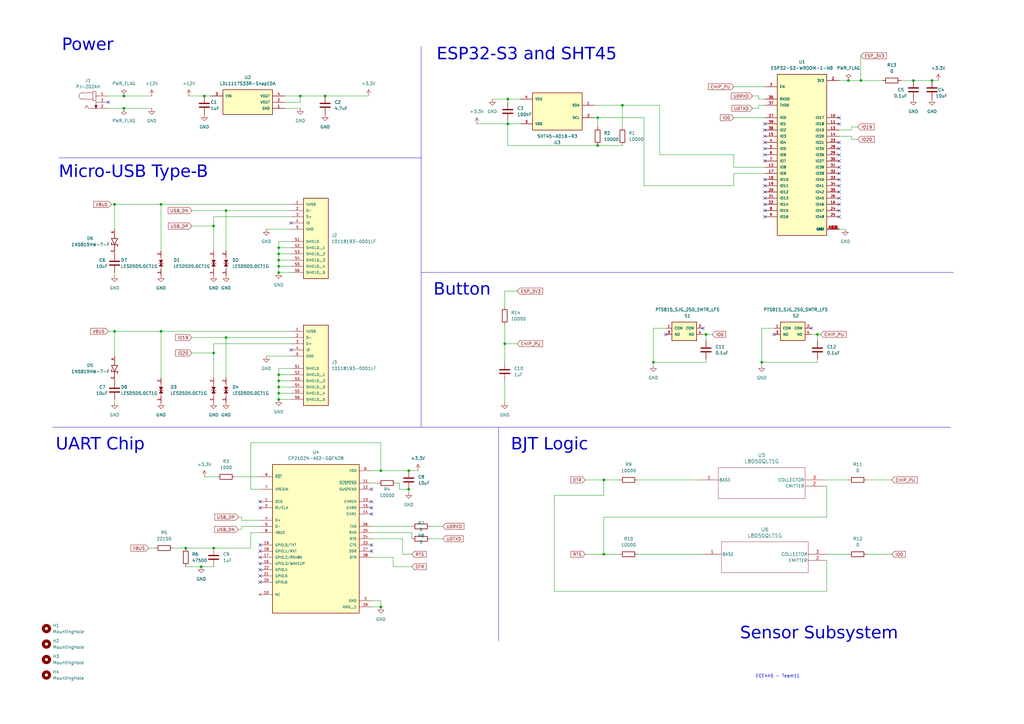
<source format=kicad_sch>
(kicad_sch (version 20230121) (generator eeschema)
  (paper "A3")
  (junction (at 208.28 50.8))
  (junction (at 347.98 33.02))
  (junction (at 255.27 43.18))
  (junction (at 82.55 232.41))
  (junction (at 267.97 148.59))
  (junction (at 156.21 248.92))
  (junction (at 247.65 196.85))
  (junction (at 335.28 137.16))
  (junction (at 114.3 109.22))
  (junction (at 114.3 104.14))
  (junction (at 133.35 39.37))
  (junction (at 245.11 59.69))
  (junction (at 247.65 227.33))
  (junction (at 114.3 156.21))
  (junction (at 289.56 137.16))
  (junction (at 374.65 33.02))
  (junction (at 87.63 224.79))
  (junction (at 156.21 193.04))
  (junction (at 46.99 135.89))
  (junction (at 114.3 106.68))
  (junction (at 83.82 39.37))
  (junction (at 382.27 33.02))
  (junction (at 66.04 135.89))
  (junction (at 207.01 140.97))
  (junction (at 353.06 33.02))
  (junction (at 92.71 86.36))
  (junction (at 123.19 39.37))
  (junction (at 50.8 39.37))
  (junction (at 312.42 148.59))
  (junction (at 114.3 153.67))
  (junction (at 46.99 83.82))
  (junction (at 87.63 144.78))
  (junction (at 114.3 161.29))
  (junction (at 114.3 163.83))
  (junction (at 167.64 193.04))
  (junction (at 114.3 158.75))
  (junction (at 66.04 83.82))
  (junction (at 87.63 92.71))
  (junction (at 114.3 111.76))
  (junction (at 76.2 224.79))
  (junction (at 208.28 40.64))
  (junction (at 50.8 44.45))
  (junction (at 167.64 200.66))
  (junction (at 114.3 101.6))
  (junction (at 245.11 48.26))
  (junction (at 92.71 138.43))
  (no_connect (at 313.69 53.34))
  (no_connect (at 119.38 143.51))
  (no_connect (at 344.17 48.26))
  (no_connect (at 344.17 88.9))
  (no_connect (at 152.4 223.52))
  (no_connect (at 344.17 73.66))
  (no_connect (at 313.69 88.9))
  (no_connect (at 313.69 76.2))
  (no_connect (at 313.69 55.88))
  (no_connect (at 313.69 81.28))
  (no_connect (at 344.17 71.12))
  (no_connect (at 44.45 41.91))
  (no_connect (at 313.69 66.04))
  (no_connect (at 152.4 226.06))
  (no_connect (at 313.69 60.96))
  (no_connect (at 344.17 78.74))
  (no_connect (at 344.17 50.8))
  (no_connect (at 106.68 238.76))
  (no_connect (at 344.17 58.42))
  (no_connect (at 317.5 137.16))
  (no_connect (at 313.69 73.66))
  (no_connect (at 106.68 236.22))
  (no_connect (at 152.4 210.82))
  (no_connect (at 344.17 63.5))
  (no_connect (at 106.68 223.52))
  (no_connect (at 344.17 76.2))
  (no_connect (at 106.68 233.68))
  (no_connect (at 344.17 66.04))
  (no_connect (at 106.68 231.14))
  (no_connect (at 152.4 208.28))
  (no_connect (at 344.17 86.36))
  (no_connect (at 313.69 86.36))
  (no_connect (at 288.29 134.62))
  (no_connect (at 313.69 83.82))
  (no_connect (at 152.4 205.74))
  (no_connect (at 106.68 208.28))
  (no_connect (at 344.17 68.58))
  (no_connect (at 344.17 60.96))
  (no_connect (at 313.69 50.8))
  (no_connect (at 313.69 58.42))
  (no_connect (at 344.17 83.82))
  (no_connect (at 344.17 81.28))
  (no_connect (at 152.4 200.66))
  (no_connect (at 106.68 228.6))
  (no_connect (at 273.05 137.16))
  (no_connect (at 106.68 226.06))
  (no_connect (at 332.74 134.62))
  (no_connect (at 119.38 91.44))
  (no_connect (at 313.69 63.5))
  (no_connect (at 313.69 78.74))
  (no_connect (at 106.68 205.74))
  (wire (pts (xy 116.84 39.37) (xy 123.19 39.37)))
  (wire (pts (xy 267.97 148.59) (xy 289.56 148.59)))
  (wire (pts (xy 114.3 158.75) (xy 119.38 158.75)))
  (wire (pts (xy 245.11 48.26) (xy 264.16 48.26)))
  (wire (pts (xy 46.99 83.82) (xy 66.04 83.82)))
  (polyline (pts (xy 172.72 111.76) (xy 391.16 111.76)))
  (wire (pts (xy 156.21 246.38) (xy 156.21 248.92)))
  (wire (pts (xy 207.01 156.21) (xy 207.01 165.1)))
  (wire (pts (xy 208.28 49.53) (xy 208.28 50.8)))
  (wire (pts (xy 83.82 39.37) (xy 86.36 39.37)))
  (wire (pts (xy 261.62 227.33) (xy 288.29 227.33)))
  (wire (pts (xy 114.3 104.14) (xy 114.3 106.68)))
  (wire (pts (xy 289.56 137.16) (xy 292.1 137.16)))
  (wire (pts (xy 243.84 48.26) (xy 245.11 48.26)))
  (wire (pts (xy 300.99 76.2) (xy 300.99 71.12)))
  (polyline (pts (xy 172.72 19.05) (xy 172.72 64.77)))
  (wire (pts (xy 77.47 39.37) (xy 83.82 39.37)))
  (wire (pts (xy 161.29 228.6) (xy 161.29 232.41)))
  (wire (pts (xy 44.45 44.45) (xy 50.8 44.45)))
  (wire (pts (xy 123.19 39.37) (xy 133.35 39.37)))
  (wire (pts (xy 207.01 140.97) (xy 207.01 148.59)))
  (wire (pts (xy 300.99 68.58) (xy 313.69 68.58)))
  (wire (pts (xy 208.28 40.64) (xy 208.28 41.91)))
  (wire (pts (xy 114.3 101.6) (xy 114.3 104.14)))
  (wire (pts (xy 255.27 43.18) (xy 243.84 43.18)))
  (wire (pts (xy 300.99 71.12) (xy 313.69 71.12)))
  (wire (pts (xy 344.17 55.88) (xy 349.25 55.88)))
  (wire (pts (xy 114.3 104.14) (xy 119.38 104.14)))
  (wire (pts (xy 335.28 137.16) (xy 336.55 137.16)))
  (wire (pts (xy 114.3 109.22) (xy 114.3 111.76)))
  (wire (pts (xy 114.3 99.06) (xy 114.3 101.6)))
  (wire (pts (xy 66.04 83.82) (xy 119.38 83.82)))
  (wire (pts (xy 384.81 33.02) (xy 382.27 33.02)))
  (wire (pts (xy 270.51 43.18) (xy 255.27 43.18)))
  (wire (pts (xy 44.45 39.37) (xy 50.8 39.37)))
  (wire (pts (xy 207.01 140.97) (xy 212.09 140.97)))
  (wire (pts (xy 99.06 217.17) (xy 99.06 215.9)))
  (wire (pts (xy 308.61 39.37) (xy 311.15 39.37)))
  (wire (pts (xy 152.4 218.44) (xy 168.91 218.44)))
  (wire (pts (xy 312.42 134.62) (xy 312.42 148.59)))
  (wire (pts (xy 78.74 138.43) (xy 92.71 138.43)))
  (wire (pts (xy 349.25 53.34) (xy 349.25 52.07)))
  (wire (pts (xy 87.63 144.78) (xy 87.63 140.97)))
  (wire (pts (xy 114.3 156.21) (xy 114.3 158.75)))
  (wire (pts (xy 339.09 229.87) (xy 339.09 242.57)))
  (wire (pts (xy 78.74 86.36) (xy 92.71 86.36)))
  (wire (pts (xy 114.3 158.75) (xy 114.3 161.29)))
  (wire (pts (xy 335.28 147.32) (xy 335.28 148.59)))
  (wire (pts (xy 87.63 144.78) (xy 87.63 154.94)))
  (wire (pts (xy 87.63 88.9) (xy 119.38 88.9)))
  (wire (pts (xy 176.53 220.98) (xy 181.61 220.98)))
  (wire (pts (xy 337.82 196.85) (xy 347.98 196.85)))
  (wire (pts (xy 382.27 33.02) (xy 374.65 33.02)))
  (wire (pts (xy 339.09 242.57) (xy 227.33 242.57)))
  (wire (pts (xy 78.74 92.71) (xy 87.63 92.71)))
  (wire (pts (xy 46.99 135.89) (xy 46.99 146.05)))
  (wire (pts (xy 114.3 101.6) (xy 119.38 101.6)))
  (wire (pts (xy 344.17 53.34) (xy 349.25 53.34)))
  (wire (pts (xy 96.52 195.58) (xy 106.68 195.58)))
  (wire (pts (xy 116.84 41.91) (xy 123.19 41.91)))
  (wire (pts (xy 227.33 203.2) (xy 247.65 203.2)))
  (wire (pts (xy 152.4 246.38) (xy 156.21 246.38)))
  (wire (pts (xy 264.16 76.2) (xy 264.16 48.26)))
  (wire (pts (xy 162.56 198.12) (xy 163.83 198.12)))
  (wire (pts (xy 102.87 200.66) (xy 102.87 181.61)))
  (wire (pts (xy 102.87 224.79) (xy 87.63 224.79)))
  (wire (pts (xy 50.8 44.45) (xy 62.23 44.45)))
  (wire (pts (xy 347.98 33.02) (xy 353.06 33.02)))
  (wire (pts (xy 76.2 232.41) (xy 82.55 232.41)))
  (wire (pts (xy 337.82 199.39) (xy 339.09 199.39)))
  (wire (pts (xy 165.1 220.98) (xy 165.1 227.33)))
  (wire (pts (xy 317.5 134.62) (xy 312.42 134.62)))
  (wire (pts (xy 92.71 138.43) (xy 92.71 154.94)))
  (wire (pts (xy 349.25 55.88) (xy 349.25 57.15)))
  (wire (pts (xy 201.93 40.64) (xy 208.28 40.64)))
  (wire (pts (xy 247.65 227.33) (xy 254 227.33)))
  (wire (pts (xy 152.4 198.12) (xy 154.94 198.12)))
  (wire (pts (xy 114.3 163.83) (xy 119.38 163.83)))
  (wire (pts (xy 102.87 218.44) (xy 102.87 224.79)))
  (wire (pts (xy 66.04 135.89) (xy 66.04 154.94)))
  (wire (pts (xy 114.3 153.67) (xy 114.3 156.21)))
  (wire (pts (xy 369.57 33.02) (xy 374.65 33.02)))
  (wire (pts (xy 312.42 148.59) (xy 312.42 149.86)))
  (wire (pts (xy 152.4 248.92) (xy 156.21 248.92)))
  (wire (pts (xy 349.25 57.15) (xy 351.79 57.15)))
  (wire (pts (xy 78.74 144.78) (xy 87.63 144.78)))
  (wire (pts (xy 245.11 48.26) (xy 245.11 52.07)))
  (wire (pts (xy 308.61 44.45) (xy 311.15 44.45)))
  (polyline (pts (xy 172.72 64.77) (xy 172.72 175.26)))
  (wire (pts (xy 264.16 76.2) (xy 300.99 76.2)))
  (wire (pts (xy 109.22 146.05) (xy 119.38 146.05)))
  (wire (pts (xy 247.65 203.2) (xy 247.65 196.85)))
  (wire (pts (xy 46.99 135.89) (xy 66.04 135.89)))
  (wire (pts (xy 261.62 196.85) (xy 287.02 196.85)))
  (wire (pts (xy 332.74 137.16) (xy 335.28 137.16)))
  (wire (pts (xy 87.63 140.97) (xy 119.38 140.97)))
  (wire (pts (xy 267.97 134.62) (xy 267.97 148.59)))
  (wire (pts (xy 76.2 224.79) (xy 87.63 224.79)))
  (wire (pts (xy 102.87 181.61) (xy 156.21 181.61)))
  (wire (pts (xy 46.99 83.82) (xy 46.99 93.98)))
  (wire (pts (xy 92.71 86.36) (xy 119.38 86.36)))
  (wire (pts (xy 353.06 33.02) (xy 361.95 33.02)))
  (wire (pts (xy 116.84 44.45) (xy 123.19 44.45)))
  (wire (pts (xy 167.64 201.93) (xy 167.64 200.66)))
  (wire (pts (xy 50.8 39.37) (xy 62.23 39.37)))
  (polyline (pts (xy 21.59 175.26) (xy 389.89 175.26)))
  (wire (pts (xy 114.3 161.29) (xy 119.38 161.29)))
  (polyline (pts (xy 24.13 64.77) (xy 172.72 64.77)))
  (wire (pts (xy 163.83 198.12) (xy 163.83 200.66)))
  (wire (pts (xy 240.03 196.85) (xy 247.65 196.85)))
  (wire (pts (xy 245.11 59.69) (xy 255.27 59.69)))
  (wire (pts (xy 168.91 218.44) (xy 168.91 220.98)))
  (wire (pts (xy 339.09 212.09) (xy 247.65 212.09)))
  (wire (pts (xy 87.63 92.71) (xy 87.63 88.9)))
  (wire (pts (xy 163.83 200.66) (xy 167.64 200.66)))
  (wire (pts (xy 114.3 156.21) (xy 119.38 156.21)))
  (wire (pts (xy 123.19 41.91) (xy 123.19 39.37)))
  (wire (pts (xy 119.38 151.13) (xy 114.3 151.13)))
  (wire (pts (xy 267.97 148.59) (xy 267.97 149.86)))
  (wire (pts (xy 311.15 40.64) (xy 313.69 40.64)))
  (wire (pts (xy 92.71 138.43) (xy 119.38 138.43)))
  (wire (pts (xy 247.65 212.09) (xy 247.65 227.33)))
  (wire (pts (xy 344.17 33.02) (xy 347.98 33.02)))
  (wire (pts (xy 99.06 213.36) (xy 106.68 213.36)))
  (wire (pts (xy 99.06 212.09) (xy 99.06 213.36)))
  (wire (pts (xy 335.28 148.59) (xy 312.42 148.59)))
  (wire (pts (xy 167.64 193.04) (xy 171.45 193.04)))
  (wire (pts (xy 339.09 199.39) (xy 339.09 212.09)))
  (wire (pts (xy 133.35 39.37) (xy 151.13 39.37)))
  (wire (pts (xy 212.09 119.38) (xy 207.01 119.38)))
  (wire (pts (xy 335.28 137.16) (xy 335.28 139.7)))
  (wire (pts (xy 255.27 43.18) (xy 255.27 52.07)))
  (wire (pts (xy 208.28 50.8) (xy 213.36 50.8)))
  (wire (pts (xy 288.29 137.16) (xy 289.56 137.16)))
  (wire (pts (xy 114.3 106.68) (xy 114.3 109.22)))
  (wire (pts (xy 114.3 161.29) (xy 114.3 163.83)))
  (wire (pts (xy 45.72 83.82) (xy 46.99 83.82)))
  (wire (pts (xy 273.05 134.62) (xy 267.97 134.62)))
  (wire (pts (xy 207.01 133.35) (xy 207.01 140.97)))
  (wire (pts (xy 300.99 35.56) (xy 313.69 35.56)))
  (wire (pts (xy 109.22 93.98) (xy 119.38 93.98)))
  (wire (pts (xy 114.3 151.13) (xy 114.3 153.67)))
  (wire (pts (xy 311.15 43.18) (xy 313.69 43.18)))
  (wire (pts (xy 99.06 215.9) (xy 106.68 215.9)))
  (wire (pts (xy 97.79 212.09) (xy 99.06 212.09)))
  (wire (pts (xy 114.3 153.67) (xy 119.38 153.67)))
  (wire (pts (xy 355.6 227.33) (xy 365.76 227.33)))
  (wire (pts (xy 245.11 59.69) (xy 208.28 59.69)))
  (wire (pts (xy 114.3 106.68) (xy 119.38 106.68)))
  (wire (pts (xy 270.51 63.5) (xy 270.51 43.18)))
  (wire (pts (xy 114.3 109.22) (xy 119.38 109.22)))
  (wire (pts (xy 311.15 39.37) (xy 311.15 40.64)))
  (wire (pts (xy 176.53 215.9) (xy 181.61 215.9)))
  (wire (pts (xy 156.21 193.04) (xy 167.64 193.04)))
  (wire (pts (xy 353.06 22.86) (xy 353.06 33.02)))
  (wire (pts (xy 152.4 220.98) (xy 165.1 220.98)))
  (wire (pts (xy 119.38 99.06) (xy 114.3 99.06)))
  (wire (pts (xy 349.25 52.07) (xy 351.79 52.07)))
  (wire (pts (xy 240.03 227.33) (xy 247.65 227.33)))
  (wire (pts (xy 152.4 228.6) (xy 161.29 228.6)))
  (wire (pts (xy 83.82 195.58) (xy 88.9 195.58)))
  (wire (pts (xy 289.56 147.32) (xy 289.56 148.59)))
  (wire (pts (xy 270.51 63.5) (xy 300.99 63.5)))
  (wire (pts (xy 300.99 63.5) (xy 300.99 68.58)))
  (wire (pts (xy 161.29 232.41) (xy 168.91 232.41)))
  (wire (pts (xy 114.3 111.76) (xy 119.38 111.76)))
  (wire (pts (xy 152.4 193.04) (xy 156.21 193.04)))
  (wire (pts (xy 152.4 215.9) (xy 168.91 215.9)))
  (wire (pts (xy 97.79 217.17) (xy 99.06 217.17)))
  (wire (pts (xy 355.6 196.85) (xy 365.76 196.85)))
  (wire (pts (xy 71.12 224.79) (xy 76.2 224.79)))
  (wire (pts (xy 156.21 181.61) (xy 156.21 193.04)))
  (wire (pts (xy 208.28 40.64) (xy 213.36 40.64)))
  (wire (pts (xy 44.45 135.89) (xy 46.99 135.89)))
  (wire (pts (xy 82.55 232.41) (xy 87.63 232.41)))
  (wire (pts (xy 208.28 59.69) (xy 208.28 50.8)))
  (wire (pts (xy 207.01 119.38) (xy 207.01 125.73)))
  (wire (pts (xy 346.71 93.98) (xy 344.17 93.98)))
  (wire (pts (xy 165.1 227.33) (xy 168.91 227.33)))
  (wire (pts (xy 311.15 44.45) (xy 311.15 43.18)))
  (wire (pts (xy 227.33 242.57) (xy 227.33 203.2)))
  (wire (pts (xy 66.04 83.82) (xy 66.04 102.87)))
  (wire (pts (xy 247.65 196.85) (xy 254 196.85)))
  (wire (pts (xy 339.09 227.33) (xy 347.98 227.33)))
  (wire (pts (xy 92.71 86.36) (xy 92.71 102.87)))
  (wire (pts (xy 300.99 48.26) (xy 313.69 48.26)))
  (wire (pts (xy 66.04 135.89) (xy 119.38 135.89)))
  (wire (pts (xy 87.63 92.71) (xy 87.63 102.87)))
  (wire (pts (xy 46.99 111.76) (xy 46.99 113.03)))
  (wire (pts (xy 60.96 224.79) (xy 63.5 224.79)))
  (wire (pts (xy 289.56 137.16) (xy 289.56 139.7)))
  (wire (pts (xy 46.99 163.83) (xy 46.99 165.1)))
  (wire (pts (xy 106.68 218.44) (xy 102.87 218.44)))
  (wire (pts (xy 195.58 50.8) (xy 208.28 50.8)))
  (polyline (pts (xy 204.47 175.26) (xy 204.47 262.89)))
  (wire (pts (xy 106.68 200.66) (xy 102.87 200.66)))
  (text "ECE445 - Team11" (at 309.88 278.13 0) (effects (font (size 1.27 1.27)) (justify left bottom)))
  (text "Sensor Subsystem" (at 303.53 264.16 0) (effects (font (size 5 5)) (justify left bottom)))
  (text "Micro-USB Type-B" (at 24.13 74.93 0) (effects (font (size 5 5)) (justify left bottom)))
  (text "ESP32-S3 and SHT45" (at 179.07 26.67 0) (effects (font (size 5 5)) (justify left bottom)))
  (text "Button" (at 177.8 123.19 0) (effects (font (size 5 5)) (justify left bottom)))
  (text "Power" (at 25.4 22.86 0) (effects (font (size 5 5)) (justify left bottom)))
  (text "BJT Logic" (at 209.55 186.69 0) (effects (font (size 5 5)) (justify left bottom)))
  (text "UART Chip" (at 22.86 186.69 0) (effects (font (size 5 5)) (justify left bottom)))
  (global_label "U0RXD" (shape input) (at 308.61 39.37 180) (property "Intersheetrefs" "${INTERSHEET_REFS}" (effects hide)))
  (global_label "VBUS" (shape input) (at 44.45 135.89 180) (property "Intersheetrefs" "${INTERSHEET_REFS}" (effects hide)))
  (global_label "IO0" (shape input) (at 292.1 137.16 0) (property "Intersheetrefs" "${INTERSHEET_REFS}" (effects hide)))
  (global_label "U0RXD" (shape input) (at 181.61 215.9 0) (property "Intersheetrefs" "${INTERSHEET_REFS}" (effects hide)))
  (global_label "U0TXD" (shape input) (at 181.61 220.98 0) (property "Intersheetrefs" "${INTERSHEET_REFS}" (effects hide)))
  (global_label "CHIP_PU" (shape input) (at 365.76 196.85 0) (property "Intersheetrefs" "${INTERSHEET_REFS}" (effects hide)))
  (global_label "ESP_3V3" (shape input) (at 353.06 22.86 0) (property "Intersheetrefs" "${INTERSHEET_REFS}" (effects hide)))
  (global_label "CHIP_PU" (shape input) (at 300.99 35.56 180) (property "Intersheetrefs" "${INTERSHEET_REFS}" (effects hide)))
  (global_label "DTR" (shape input) (at 240.03 196.85 180) (property "Intersheetrefs" "${INTERSHEET_REFS}" (effects hide)))
  (global_label "IO19" (shape input) (at 351.79 52.07 0) (property "Intersheetrefs" "${INTERSHEET_REFS}" (effects hide)))
  (global_label "RTS" (shape input) (at 240.03 227.33 180) (property "Intersheetrefs" "${INTERSHEET_REFS}" (effects hide)))
  (global_label "IO0" (shape input) (at 300.99 48.26 180) (property "Intersheetrefs" "${INTERSHEET_REFS}" (effects hide)))
  (global_label "CHIP_PU" (shape input) (at 212.09 140.97 0) (property "Intersheetrefs" "${INTERSHEET_REFS}" (effects hide)))
  (global_label "IO20" (shape input) (at 78.74 144.78 180) (property "Intersheetrefs" "${INTERSHEET_REFS}" (effects hide)))
  (global_label "USB_DP" (shape input) (at 78.74 92.71 180) (property "Intersheetrefs" "${INTERSHEET_REFS}" (effects hide)))
  (global_label "VBUS" (shape input) (at 45.72 83.82 180) (property "Intersheetrefs" "${INTERSHEET_REFS}" (effects hide)))
  (global_label "U0TXD" (shape input) (at 308.61 44.45 180) (property "Intersheetrefs" "${INTERSHEET_REFS}" (effects hide)))
  (global_label "VBUS" (shape input) (at 60.96 224.79 180) (property "Intersheetrefs" "${INTERSHEET_REFS}" (effects hide)))
  (global_label "USB_DN" (shape input) (at 97.79 217.17 180) (property "Intersheetrefs" "${INTERSHEET_REFS}" (effects hide)))
  (global_label "RTS" (shape input) (at 168.91 227.33 0) (property "Intersheetrefs" "${INTERSHEET_REFS}" (effects hide)))
  (global_label "IO20" (shape input) (at 351.79 57.15 0) (property "Intersheetrefs" "${INTERSHEET_REFS}" (effects hide)))
  (global_label "CHIP_PU" (shape input) (at 336.55 137.16 0) (property "Intersheetrefs" "${INTERSHEET_REFS}" (effects hide)))
  (global_label "ESP_3V3" (shape input) (at 212.09 119.38 0) (property "Intersheetrefs" "${INTERSHEET_REFS}" (effects hide)))
  (global_label "USB_DN" (shape input) (at 78.74 86.36 180) (property "Intersheetrefs" "${INTERSHEET_REFS}" (effects hide)))
  (global_label "DTR" (shape input) (at 168.91 232.41 0) (property "Intersheetrefs" "${INTERSHEET_REFS}" (effects hide)))
  (global_label "USB_DP" (shape input) (at 97.79 212.09 180) (property "Intersheetrefs" "${INTERSHEET_REFS}" (effects hide)))
  (global_label "IO19" (shape input) (at 78.74 138.43 180) (property "Intersheetrefs" "${INTERSHEET_REFS}" (effects hide)))
  (global_label "IO0" (shape input) (at 365.76 227.33 0) (property "Intersheetrefs" "${INTERSHEET_REFS}" (effects hide)))
  (symbol (lib_id "ECE445:LESD5D5.0CT1G") (at 92.71 160.02 90) (unit 1)
    (property "Reference" "D4" (at 95.25 158.75 90) (effects (justify right)))
    (property "Value" "LESD5D5.0CT1G" (at 95.25 161.29 90) (effects (justify right)))
    (property "Footprint" "ECE445:LESD5D5_0CT1G" (effects hide))
    (property "MF" "Leshan Radio Co." (effects hide))
    (property "MAXIMUM_PACKAGE_HEIGHT" "0.7 mm" (effects hide))
    (property "Package" "None" (effects hide))
    (property "Price" "None" (effects hide))
    (property "Check_prices" "https://www.snapeda.com/parts/LESD5D5.0CT1G/Leshan+Radio+Co./view-part/?ref=eda" (effects hide))
    (property "STANDARD" "Manufacturer Recommendations" (effects hide))
    (property "PARTREV" "O" (effects hide))
    (property "SnapEDA_Link" "https://www.snapeda.com/parts/LESD5D5.0CT1G/Leshan+Radio+Co./view-part/?ref=snap" (effects hide))
    (property "MP" "LESD5D5.0CT1G" (effects hide))
    (property "Description" "\nTransient Voltage Suppressors for ESD Protection\n" (effects hide))
    (property "Availability" "Not in stock" (effects hide))
    (property "MANUFACTURER" "LRC" (effects hide))
  )
  (symbol (lib_id "power:GND") (at 374.65 40.64 0) (mirror y) (unit 1)
    (property "Reference" "#PWR014" (effects hide))
    (property "Value" "GND" (at 374.65 45.72 0))
  )
  (symbol (lib_id "Mechanical:MountingHole") (at 19.05 276.86 0) (unit 1)
    (property "Reference" "H4" (at 21.59 275.59 0) (effects (justify left)))
    (property "Value" "MountingHole" (at 21.59 278.13 0) (effects (justify left)))
    (property "Footprint" "MountingHole:MountingHole_3.2mm_M3" (effects hide))
  )
  (symbol (lib_id "Device:R") (at 255.27 55.88 0) (unit 1)
    (property "Reference" "R1" (at 257.81 54.61 0) (effects (justify left)))
    (property "Value" "10000" (at 257.81 57.15 0) (effects (justify left)))
    (property "Footprint" "Resistor_SMD:R_0805_2012Metric_Pad1.20x1.40mm_HandSolder" (effects hide))
  )
  (symbol (lib_id "Device:R") (at 172.72 220.98 90) (unit 1)
    (property "Reference" "R8" (at 172.72 219.71 90))
    (property "Value" "0" (at 172.72 222.25 90))
    (property "Footprint" "Resistor_SMD:R_0805_2012Metric_Pad1.20x1.40mm_HandSolder" (effects hide))
  )
  (symbol (lib_id "power:PWR_FLAG") (at 50.8 39.37 0) (unit 1)
    (property "Reference" "#FLG01" (effects hide))
    (property "Value" "PWR_FLAG" (at 50.8 34.29 0))
  )
  (symbol (lib_id "power:GND") (at 66.04 165.1 0) (unit 1)
    (property "Reference" "#PWR033" (effects hide))
    (property "Value" "GND" (at 66.04 170.18 0))
  )
  (symbol (lib_id "ECE445:L8050QLT1G") (at 288.29 227.33 0) (unit 1)
    (property "Reference" "U6" (at 313.69 217.17 0) (effects (font (size 1.524 1.524))))
    (property "Value" "L8050QLT1G" (at 313.69 219.71 0) (effects (font (size 1.524 1.524))))
    (property "Footprint" "ECE445:SOT-23_ONS" (effects hide))
    (property "Datasheet" "KSC3265YMTF" (effects hide))
  )
  (symbol (lib_id "Device:R") (at 257.81 196.85 90) (unit 1)
    (property "Reference" "R9" (at 257.81 190.5 90))
    (property "Value" "10000" (at 257.81 193.04 90))
    (property "Footprint" "Resistor_SMD:R_0805_2012Metric_Pad1.20x1.40mm_HandSolder" (effects hide))
  )
  (symbol (lib_id "power:GND") (at 87.63 165.1 0) (unit 1)
    (property "Reference" "#PWR018" (effects hide))
    (property "Value" "GND" (at 87.63 170.18 0))
  )
  (symbol (lib_id "ECE445:L8050QLT1G") (at 287.02 196.85 0) (unit 1)
    (property "Reference" "U5" (at 312.42 186.69 0) (effects (font (size 1.524 1.524))))
    (property "Value" "L8050QLT1G" (at 312.42 189.23 0) (effects (font (size 1.524 1.524))))
    (property "Footprint" "ECE445:SOT-23_ONS" (effects hide))
    (property "Datasheet" "KSC3265YMTF" (effects hide))
  )
  (symbol (lib_id "Device:R") (at 207.01 129.54 0) (unit 1)
    (property "Reference" "R14" (at 209.55 128.27 0) (effects (justify left)))
    (property "Value" "10000" (at 209.55 130.81 0) (effects (justify left)))
    (property "Footprint" "Resistor_SMD:R_0805_2012Metric_Pad1.20x1.40mm_HandSolder" (effects hide))
  )
  (symbol (lib_id "Device:C") (at 87.63 228.6 0) (unit 1)
    (property "Reference" "C9" (at 91.44 227.33 0) (effects (justify left)))
    (property "Value" "1uF" (at 91.44 229.87 0) (effects (justify left)))
    (property "Footprint" "Capacitor_SMD:C_0805_2012Metric_Pad1.18x1.45mm_HandSolder" (effects hide))
  )
  (symbol (lib_id "ECE445:10118193-0001LF") (at 129.54 143.51 0) (unit 1)
    (property "Reference" "J3" (at 135.89 148.59 0) (effects (justify left)))
    (property "Value" "10118193-0001LF" (at 135.89 151.13 0) (effects (justify left)))
    (property "Footprint" "ECE445:10118193-0001LF" (effects hide))
    (property "PARTREV" "E" (effects hide))
    (property "MANUFACTURER" "Amphenol FCI" (effects hide))
    (property "MAXIMUM_PACKAGE_HEIGHT" "2.55 mm" (effects hide))
    (property "STANDARD" "Manufacturer Recommendations" (effects hide))
  )
  (symbol (lib_id "Device:C") (at 133.35 43.18 0) (unit 1)
    (property "Reference" "C2" (at 137.16 41.91 0) (effects (justify left)))
    (property "Value" "4.7uF" (at 137.16 44.45 0) (effects (justify left)))
    (property "Footprint" "Capacitor_SMD:C_0805_2012Metric_Pad1.18x1.45mm_HandSolder" (effects hide))
  )
  (symbol (lib_id "ECE445:1N5819HW-7-F") (at 46.99 151.13 270) (unit 1)
    (property "Reference" "D5" (at 35.56 149.86 90) (effects (justify left)))
    (property "Value" "1N5819HW-7-F" (at 29.21 152.4 90) (effects (justify left)))
    (property "Footprint" "ECE445:1N5819HW-7-F" (effects hide))
    (property "PARTREV" "18-2" (effects hide))
    (property "STANDARD" "IPC-7351B" (effects hide))
    (property "MANUFACTURER" "Diodes Inc." (effects hide))
  )
  (symbol (lib_id "Device:C") (at 335.28 143.51 0) (unit 1)
    (property "Reference" "C12" (at 339.09 142.24 0) (effects (justify left)))
    (property "Value" "0.1uF" (at 339.09 144.78 0) (effects (justify left)))
    (property "Footprint" "Capacitor_SMD:C_0805_2012Metric_Pad1.18x1.45mm_HandSolder" (effects hide))
  )
  (symbol (lib_id "ECE445:1N5819HW-7-F") (at 46.99 99.06 270) (unit 1)
    (property "Reference" "D6" (at 35.56 97.79 90) (effects (justify left)))
    (property "Value" "1N5819HW-7-F" (at 29.21 100.33 90) (effects (justify left)))
    (property "Footprint" "ECE445:1N5819HW-7-F" (effects hide))
    (property "PARTREV" "18-2" (effects hide))
    (property "STANDARD" "IPC-7351B" (effects hide))
    (property "MANUFACTURER" "Diodes Inc." (effects hide))
  )
  (symbol (lib_id "ECE445:LESD5D5.0CT1G") (at 87.63 107.95 90) (unit 1)
    (property "Reference" "D1" (at 71.12 106.68 90) (effects (justify right)))
    (property "Value" "LESD5D5.0CT1G" (at 71.12 109.22 90) (effects (justify right)))
    (property "Footprint" "ECE445:LESD5D5_0CT1G" (effects hide))
    (property "MF" "Leshan Radio Co." (effects hide))
    (property "MAXIMUM_PACKAGE_HEIGHT" "0.7 mm" (effects hide))
    (property "Package" "None" (effects hide))
    (property "Price" "None" (effects hide))
    (property "Check_prices" "https://www.snapeda.com/parts/LESD5D5.0CT1G/Leshan+Radio+Co./view-part/?ref=eda" (effects hide))
    (property "STANDARD" "Manufacturer Recommendations" (effects hide))
    (property "PARTREV" "O" (effects hide))
    (property "SnapEDA_Link" "https://www.snapeda.com/parts/LESD5D5.0CT1G/Leshan+Radio+Co./view-part/?ref=snap" (effects hide))
    (property "MP" "LESD5D5.0CT1G" (effects hide))
    (property "Description" "\nTransient Voltage Suppressors for ESD Protection\n" (effects hide))
    (property "Availability" "Not in stock" (effects hide))
    (property "MANUFACTURER" "LRC" (effects hide))
  )
  (symbol (lib_id "power:GND") (at 267.97 149.86 0) (unit 1)
    (property "Reference" "#PWR030" (effects hide))
    (property "Value" "GND" (at 267.97 154.94 0))
  )
  (symbol (lib_id "power:+12V") (at 62.23 39.37 0) (unit 1)
    (property "Reference" "#PWR01" (effects hide))
    (property "Value" "+12V" (at 62.23 34.29 0))
  )
  (symbol (lib_id "power:+3.3V") (at 171.45 193.04 0) (unit 1)
    (property "Reference" "#PWR025" (effects hide))
    (property "Value" "+3.3V" (at 171.45 187.96 0))
  )
  (symbol (lib_id "ECE445:ESP32-S3-WROOM-1-N8") (at 328.93 60.96 0) (unit 1)
    (property "Reference" "U1" (at 328.93 25.4 0))
    (property "Value" "ESP32-S3-WROOM-1-N8" (at 328.93 27.94 0))
    (property "Footprint" "ECE445:ESP32-S3-WROOM-1-N8-SnapEDA" (effects hide))
    (property "DigiKey_Part_Number" "1965-ESP32-S3-WROOM-1-N8TR-ND" (effects hide))
    (property "MF" "Espressif Systems" (effects hide))
    (property "DESCRIPTION" "Bluetooth, WiFi 802.11b/g/n, Bluetooth v5.0 Transceiver Module 2.4GHz PCB Trace Surface Mount" (effects hide))
    (property "PACKAGE" "None" (effects hide))
    (property "PRICE" "None" (effects hide))
    (property "Package" "NON STANDARD Espressif Systems" (effects hide))
    (property "Check_prices" "https://www.snapeda.com/parts/ESP32-S3-WROOM-1-N8/Espressif+Systems/view-part/?ref=eda" (effects hide))
    (property "SnapEDA_Link" "https://www.snapeda.com/parts/ESP32-S3-WROOM-1-N8/Espressif+Systems/view-part/?ref=snap" (effects hide))
    (property "MP" "ESP32-S3-WROOM-1-N8" (effects hide))
    (property "Purchase-URL" "https://www.snapeda.com/api/url_track_click_mouser/?unipart_id=11020927&manufacturer=Espressif Systems&part_name=ESP32-S3-WROOM-1-N8&search_term=None" (effects hide))
    (property "Description" "\nWiFi 802.11a/b/g/n, Bluetooth v5.0 Transceiver Module 2.4GHz Antenna Not Included -\n" (effects hide))
    (property "AVAILABILITY" "In Stock" (effects hide))
    (property "PURCHASE-URL" "https://pricing.snapeda.com/search/part/ESP32-S3-WROOM-1-N8R8/?ref=eda" (effects hide))
  )
  (symbol (lib_id "power:GND") (at 167.64 201.93 0) (unit 1)
    (property "Reference" "#PWR026" (effects hide))
    (property "Value" "GND" (at 167.64 207.01 0))
  )
  (symbol (lib_id "Device:R") (at 158.75 198.12 270) (unit 1)
    (property "Reference" "R4" (at 158.75 200.66 90))
    (property "Value" "10000" (at 158.75 203.2 90))
    (property "Footprint" "Resistor_SMD:R_0805_2012Metric_Pad1.20x1.40mm_HandSolder" (effects hide))
  )
  (symbol (lib_id "Device:R") (at 92.71 195.58 90) (unit 1)
    (property "Reference" "R3" (at 92.71 189.23 90))
    (property "Value" "1000" (at 92.71 191.77 90))
    (property "Footprint" "Resistor_SMD:R_0805_2012Metric_Pad1.20x1.40mm_HandSolder" (effects hide))
  )
  (symbol (lib_id "Mechanical:MountingHole") (at 19.05 270.51 0) (unit 1)
    (property "Reference" "H3" (at 21.59 269.24 0) (effects (justify left)))
    (property "Value" "MountingHole" (at 21.59 271.78 0) (effects (justify left)))
    (property "Footprint" "MountingHole:MountingHole_3.2mm_M3" (effects hide))
  )
  (symbol (lib_id "power:GND") (at 123.19 44.45 0) (unit 1)
    (property "Reference" "#PWR04" (effects hide))
    (property "Value" "GND" (at 123.19 49.53 0))
  )
  (symbol (lib_id "Device:R") (at 172.72 215.9 90) (unit 1)
    (property "Reference" "R7" (at 172.72 214.63 90))
    (property "Value" "0" (at 172.72 217.17 90))
    (property "Footprint" "Resistor_SMD:R_0805_2012Metric_Pad1.20x1.40mm_HandSolder" (effects hide))
  )
  (symbol (lib_id "power:GND") (at 46.99 113.03 0) (unit 1)
    (property "Reference" "#PWR022" (effects hide))
    (property "Value" "GND" (at 46.99 118.11 0))
  )
  (symbol (lib_id "power:GND") (at 83.82 46.99 0) (unit 1)
    (property "Reference" "#PWR012" (effects hide))
    (property "Value" "GND" (at 83.82 52.07 0))
  )
  (symbol (lib_id "power:GND") (at 92.71 165.1 0) (unit 1)
    (property "Reference" "#PWR019" (effects hide))
    (property "Value" "GND" (at 92.71 170.18 0))
  )
  (symbol (lib_id "Device:R") (at 257.81 227.33 90) (unit 1)
    (property "Reference" "R10" (at 257.81 220.98 90))
    (property "Value" "10000" (at 257.81 223.52 90))
    (property "Footprint" "Resistor_SMD:R_0805_2012Metric_Pad1.20x1.40mm_HandSolder" (effects hide))
  )
  (symbol (lib_id "power:GND") (at 87.63 113.03 0) (unit 1)
    (property "Reference" "#PWR016" (effects hide))
    (property "Value" "GND" (at 87.63 118.11 0))
  )
  (symbol (lib_id "ECE445:10118193-0001LF") (at 129.54 91.44 0) (unit 1)
    (property "Reference" "J2" (at 135.89 96.52 0) (effects (justify left)))
    (property "Value" "10118193-0001LF" (at 135.89 99.06 0) (effects (justify left)))
    (property "Footprint" "ECE445:10118193-0001LF" (effects hide))
    (property "PARTREV" "E" (effects hide))
    (property "MANUFACTURER" "Amphenol FCI" (effects hide))
    (property "MAXIMUM_PACKAGE_HEIGHT" "2.55 mm" (effects hide))
    (property "STANDARD" "Manufacturer Recommendations" (effects hide))
  )
  (symbol (lib_id "Device:C") (at 374.65 36.83 0) (mirror y) (unit 1)
    (property "Reference" "C5" (at 370.84 36.83 0) (effects (justify left)))
    (property "Value" "0.1uF" (at 372.11 39.37 0) (effects (justify left)))
    (property "Footprint" "Capacitor_SMD:C_0805_2012Metric_Pad1.18x1.45mm_HandSolder" (effects hide))
  )
  (symbol (lib_id "ECE445:LESD5D5.0CT1G") (at 66.04 107.95 90) (unit 1)
    (property "Reference" "D7" (at 49.53 106.68 90) (effects (justify right)))
    (property "Value" "LESD5D5.0CT1G" (at 49.53 109.22 90) (effects (justify right)))
    (property "Footprint" "ECE445:LESD5D5_0CT1G" (effects hide))
    (property "MF" "Leshan Radio Co." (effects hide))
    (property "MAXIMUM_PACKAGE_HEIGHT" "0.7 mm" (effects hide))
    (property "Package" "None" (effects hide))
    (property "Price" "None" (effects hide))
    (property "Check_prices" "https://www.snapeda.com/parts/LESD5D5.0CT1G/Leshan+Radio+Co./view-part/?ref=eda" (effects hide))
    (property "STANDARD" "Manufacturer Recommendations" (effects hide))
    (property "PARTREV" "O" (effects hide))
    (property "SnapEDA_Link" "https://www.snapeda.com/parts/LESD5D5.0CT1G/Leshan+Radio+Co./view-part/?ref=snap" (effects hide))
    (property "MP" "LESD5D5.0CT1G" (effects hide))
    (property "Description" "\nTransient Voltage Suppressors for ESD Protection\n" (effects hide))
    (property "Availability" "Not in stock" (effects hide))
    (property "MANUFACTURER" "LRC" (effects hide))
  )
  (symbol (lib_id "Mechanical:MountingHole") (at 19.05 257.81 0) (unit 1)
    (property "Reference" "H1" (at 21.59 256.54 0) (effects (justify left)))
    (property "Value" "MountingHole" (at 21.59 259.08 0) (effects (justify left)))
    (property "Footprint" "MountingHole:MountingHole_3.2mm_M3" (effects hide))
  )
  (symbol (lib_id "Device:C") (at 289.56 143.51 0) (unit 1)
    (property "Reference" "C11" (at 293.37 142.24 0) (effects (justify left)))
    (property "Value" "0.1uF" (at 293.37 144.78 0) (effects (justify left)))
    (property "Footprint" "Capacitor_SMD:C_0805_2012Metric_Pad1.18x1.45mm_HandSolder" (effects hide))
  )
  (symbol (lib_id "power:+3.3V") (at 83.82 195.58 0) (unit 1)
    (property "Reference" "#PWR027" (effects hide))
    (property "Value" "+3.3V" (at 83.82 190.5 0))
  )
  (symbol (lib_id "Device:R") (at 76.2 228.6 180) (unit 1)
    (property "Reference" "R6" (at 78.74 227.33 0) (effects (justify right)))
    (property "Value" "47500" (at 78.74 229.87 0) (effects (justify right)))
    (property "Footprint" "Resistor_SMD:R_0805_2012Metric_Pad1.20x1.40mm_HandSolder" (effects hide))
  )
  (symbol (lib_id "power:GND") (at 312.42 149.86 0) (unit 1)
    (property "Reference" "#PWR031" (effects hide))
    (property "Value" "GND" (at 312.42 154.94 0))
  )
  (symbol (lib_id "power:+3.3V") (at 195.58 50.8 0) (unit 1)
    (property "Reference" "#PWR06" (effects hide))
    (property "Value" "+3.3V" (at 195.58 45.72 0))
  )
  (symbol (lib_id "power:GND") (at 46.99 165.1 0) (unit 1)
    (property "Reference" "#PWR023" (effects hide))
    (property "Value" "GND" (at 46.99 170.18 0))
  )
  (symbol (lib_id "ECE445:LESD5D5.0CT1G") (at 87.63 160.02 90) (unit 1)
    (property "Reference" "D3" (at 69.85 158.75 90) (effects (justify right)))
    (property "Value" "LESD5D5.0CT1G" (at 69.85 161.29 90) (effects (justify right)))
    (property "Footprint" "ECE445:LESD5D5_0CT1G" (effects hide))
    (property "MF" "Leshan Radio Co." (effects hide))
    (property "MAXIMUM_PACKAGE_HEIGHT" "0.7 mm" (effects hide))
    (property "Package" "None" (effects hide))
    (property "Price" "None" (effects hide))
    (property "Check_prices" "https://www.snapeda.com/parts/LESD5D5.0CT1G/Leshan+Radio+Co./view-part/?ref=eda" (effects hide))
    (property "STANDARD" "Manufacturer Recommendations" (effects hide))
    (property "PARTREV" "O" (effects hide))
    (property "SnapEDA_Link" "https://www.snapeda.com/parts/LESD5D5.0CT1G/Leshan+Radio+Co./view-part/?ref=snap" (effects hide))
    (property "MP" "LESD5D5.0CT1G" (effects hide))
    (property "Description" "\nTransient Voltage Suppressors for ESD Protection\n" (effects hide))
    (property "Availability" "Not in stock" (effects hide))
    (property "MANUFACTURER" "LRC" (effects hide))
  )
  (symbol (lib_id "power:+3.3V") (at 151.13 39.37 0) (unit 1)
    (property "Reference" "#PWR05" (effects hide))
    (property "Value" "+3.3V" (at 151.13 34.29 0))
  )
  (symbol (lib_id "ECE445:PTS815_SJG_250_SMTR_LFS") (at 285.75 139.7 180) (unit 1)
    (property "Reference" "S1" (at 281.94 129.54 0))
    (property "Value" "PTS815_SJG_250_SMTR_LFS" (at 281.94 127 0))
    (property "Footprint" "ECE445:PTS815 SJG 250 SMTR LFS" (effects hide))
    (property "MANUFACTURER_NAME" "C & K COMPONENTS" (effects hide))
    (property "MF" "C&K" (effects hide))
    (property "MOUSER_PRICE-STOCK" "https://www.mouser.co.uk/ProductDetail/CK/PTS815-SJG-250-SMTR-LFS?qs=ahcBuItHZ3yjoEmU1Oppnw%3D%3D" (effects hide))
    (property "DESCRIPTION" "Tactile Switches Tact Switch, 12 VDC, 50 mA, 4.2x3.2, 2.5mm H, 400gf, J leads" (effects hide))
    (property "MOUSER_PART_NUMBER" "611-PTS815SJG250SMTR" (effects hide))
    (property "Price" "None" (effects hide))
    (property "Package" "None" (effects hide))
    (property "Check_prices" "https://www.snapeda.com/parts/PTS815%20SJG%20250%20SMTR%20LFS/C%2526K/view-part/?ref=eda" (effects hide))
    (property "HEIGHT" "2.7mm" (effects hide))
    (property "SnapEDA_Link" "https://www.snapeda.com/parts/PTS815%20SJG%20250%20SMTR%20LFS/C%2526K/view-part/?ref=snap" (effects hide))
    (property "MP" "PTS815 SJG 250 SMTR LFS" (effects hide))
    (property "Description" "\nSwitch;Tactile;4.2 x 3.2;2.5MM;400gf;J Leads | C&K PTS815 SJG 250 SMTR LFS\n" (effects hide))
    (property "Availability" "In Stock" (effects hide))
    (property "MANUFACTURER_PART_NUMBER" "PTS815 SJG 250 SMTR LFS" (effects hide))
  )
  (symbol (lib_id "ECE445:PTS815_SJG_250_SMTR_LFS") (at 330.2 139.7 180) (unit 1)
    (property "Reference" "S2" (at 326.39 129.54 0))
    (property "Value" "PTS815_SJG_250_SMTR_LFS" (at 326.39 127 0))
    (property "Footprint" "ECE445:PTS815 SJG 250 SMTR LFS" (effects hide))
    (property "MANUFACTURER_NAME" "C & K COMPONENTS" (effects hide))
    (property "MF" "C&K" (effects hide))
    (property "MOUSER_PRICE-STOCK" "https://www.mouser.co.uk/ProductDetail/CK/PTS815-SJG-250-SMTR-LFS?qs=ahcBuItHZ3yjoEmU1Oppnw%3D%3D" (effects hide))
    (property "DESCRIPTION" "Tactile Switches Tact Switch, 12 VDC, 50 mA, 4.2x3.2, 2.5mm H, 400gf, J leads" (effects hide))
    (property "MOUSER_PART_NUMBER" "611-PTS815SJG250SMTR" (effects hide))
    (property "Price" "None" (effects hide))
    (property "Package" "None" (effects hide))
    (property "Check_prices" "https://www.snapeda.com/parts/PTS815%20SJG%20250%20SMTR%20LFS/C%2526K/view-part/?ref=eda" (effects hide))
    (property "HEIGHT" "2.7mm" (effects hide))
    (property "SnapEDA_Link" "https://www.snapeda.com/parts/PTS815%20SJG%20250%20SMTR%20LFS/C%2526K/view-part/?ref=snap" (effects hide))
    (property "MP" "PTS815 SJG 250 SMTR LFS" (effects hide))
    (property "Description" "\nSwitch;Tactile;4.2 x 3.2;2.5MM;400gf;J Leads | C&K PTS815 SJG 250 SMTR LFS\n" (effects hide))
    (property "Availability" "In Stock" (effects hide))
    (property "MANUFACTURER_PART_NUMBER" "PTS815 SJG 250 SMTR LFS" (effects hide))
  )
  (symbol (lib_id "power:GND") (at 207.01 165.1 0) (unit 1)
    (property "Reference" "#PWR029" (effects hide))
    (property "Value" "GND" (at 207.01 170.18 0))
  )
  (symbol (lib_id "power:GND") (at 201.93 40.64 0) (unit 1)
    (property "Reference" "#PWR08" (effects hide))
    (property "Value" "GND" (at 201.93 45.72 0))
  )
  (symbol (lib_id "power:GND") (at 114.3 111.76 0) (unit 1)
    (property "Reference" "#PWR010" (effects hide))
    (property "Value" "GND" (at 114.3 116.84 0))
  )
  (symbol (lib_id "power:GND") (at 62.23 44.45 0) (unit 1)
    (property "Reference" "#PWR03" (effects hide))
    (property "Value" "GND" (at 62.23 49.53 0))
  )
  (symbol (lib_id "Mechanical:MountingHole") (at 19.05 264.16 0) (unit 1)
    (property "Reference" "H2" (at 21.59 262.89 0) (effects (justify left)))
    (property "Value" "MountingHole" (at 21.59 265.43 0) (effects (justify left)))
    (property "Footprint" "MountingHole:MountingHole_3.2mm_M3" (effects hide))
  )
  (symbol (lib_id "power:GND") (at 109.22 146.05 0) (unit 1)
    (property "Reference" "#PWR020" (effects hide))
    (property "Value" "GND" (at 109.22 151.13 0))
  )
  (symbol (lib_id "power:GND") (at 109.22 93.98 0) (unit 1)
    (property "Reference" "#PWR015" (effects hide))
    (property "Value" "GND" (at 109.22 99.06 0))
  )
  (symbol (lib_id "ECE445:CP2102N-A02-GQFN28") (at 129.54 220.98 0) (unit 1)
    (property "Reference" "U4" (at 129.54 185.42 0))
    (property "Value" "CP2102N-A02-GQFN28" (at 129.54 187.96 0))
    (property "Footprint" "ECE445:CP2102N-A02-GQFN28" (effects hide))
    (property "PARTREV" "1.5" (effects hide))
    (property "MANUFACTURER" "Silicon Labs" (effects hide))
    (property "MAXIMUM_PACKAGE_HEIGHT" "0.8 mm" (effects hide))
    (property "STANDARD" "IPC 7351B" (effects hide))
  )
  (symbol (lib_id "Device:R") (at 365.76 33.02 90) (unit 1)
    (property "Reference" "R13" (at 365.76 26.67 90))
    (property "Value" "0" (at 365.76 29.21 90))
    (property "Footprint" "Resistor_SMD:R_0805_2012Metric_Pad1.20x1.40mm_HandSolder" (effects hide))
  )
  (symbol (lib_id "Device:C") (at 83.82 43.18 0) (unit 1)
    (property "Reference" "C1" (at 86.36 41.91 0) (effects (justify left)))
    (property "Value" "1uF" (at 86.36 44.45 0) (effects (justify left)))
    (property "Footprint" "Capacitor_SMD:C_0805_2012Metric_Pad1.18x1.45mm_HandSolder" (effects hide))
  )
  (symbol (lib_id "power:GND") (at 82.55 232.41 0) (unit 1)
    (property "Reference" "#PWR028" (effects hide))
    (property "Value" "GND" (at 82.55 237.49 0))
  )
  (symbol (lib_id "power:PWR_FLAG") (at 347.98 33.02 0) (unit 1)
    (property "Reference" "#FLG03" (effects hide))
    (property "Value" "PWR_FLAG" (at 347.98 27.94 0))
  )
  (symbol (lib_id "power:GND") (at 66.04 113.03 0) (unit 1)
    (property "Reference" "#PWR032" (effects hide))
    (property "Value" "GND" (at 66.04 118.11 0))
  )
  (symbol (lib_id "Device:R") (at 67.31 224.79 90) (unit 1)
    (property "Reference" "R5" (at 67.31 218.44 90))
    (property "Value" "22100" (at 67.31 220.98 90))
    (property "Footprint" "Resistor_SMD:R_0805_2012Metric_Pad1.20x1.40mm_HandSolder" (effects hide))
  )
  (symbol (lib_id "ECE445:SHT45-AD1B-R3") (at 228.6 45.72 180) (unit 1)
    (property "Reference" "U3" (at 228.6 58.42 0))
    (property "Value" "SHT45-AD1B-R3" (at 228.6 55.88 0))
    (property "Footprint" "ECE445:SHT45-AD1B-R3" (effects hide))
  )
  (symbol (lib_id "power:GND") (at 92.71 113.03 0) (unit 1)
    (property "Reference" "#PWR017" (effects hide))
    (property "Value" "GND" (at 92.71 118.11 0))
  )
  (symbol (lib_id "power:+12V") (at 77.47 39.37 0) (unit 1)
    (property "Reference" "#PWR02" (effects hide))
    (property "Value" "+12V" (at 77.47 34.29 0))
  )
  (symbol (lib_id "Device:C") (at 167.64 196.85 0) (unit 1)
    (property "Reference" "C8" (at 171.45 195.58 0) (effects (justify left)))
    (property "Value" "10uF" (at 171.45 198.12 0) (effects (justify left)))
    (property "Footprint" "Capacitor_SMD:C_0805_2012Metric_Pad1.18x1.45mm_HandSolder" (effects hide))
  )
  (symbol (lib_id "power:+3.3V") (at 384.81 33.02 0) (mirror y) (unit 1)
    (property "Reference" "#PWR07" (effects hide))
    (property "Value" "+3.3V" (at 384.81 27.94 0))
  )
  (symbol (lib_id "power:GND") (at 346.71 93.98 0) (unit 1)
    (property "Reference" "#PWR09" (effects hide))
    (property "Value" "GND" (at 346.71 99.06 0))
  )
  (symbol (lib_id "Device:C") (at 208.28 45.72 0) (unit 1)
    (property "Reference" "C3" (at 212.09 44.45 0) (effects (justify left)))
    (property "Value" "100nF" (at 212.09 46.99 0) (effects (justify left)))
    (property "Footprint" "Capacitor_SMD:C_0805_2012Metric_Pad1.18x1.45mm_HandSolder" (effects hide))
  )
  (symbol (lib_id "Device:C") (at 46.99 107.95 0) (unit 1)
    (property "Reference" "C6" (at 40.64 106.68 0) (effects (justify left)))
    (property "Value" "10uF" (at 39.37 109.22 0) (effects (justify left)))
    (property "Footprint" "Capacitor_SMD:C_0805_2012Metric_Pad1.18x1.45mm_HandSolder" (effects hide))
  )
  (symbol (lib_id "power:GND") (at 133.35 46.99 0) (unit 1)
    (property "Reference" "#PWR011" (effects hide))
    (property "Value" "GND" (at 133.35 52.07 0))
  )
  (symbol (lib_id "ECE445:LDL1117S33R-SnapEDA") (at 101.6 41.91 0) (unit 1)
    (property "Reference" "U2" (at 101.6 31.75 0))
    (property "Value" "LDL1117S33R-SnapEDA" (at 101.6 34.29 0))
    (property "Footprint" "ECE445:LDL1117S33R-SnapEDA" (effects hide))
    (property "DigiKey_Part_Number" "497-17239-2-ND" (effects hide))
    (property "MF" "STMicroelectronics" (effects hide))
    (property "MAXIMUM_PACKAGE_HEIGHT" "1.8 mm" (effects hide))
    (property "Package" "SOT-223 STMicroelectronics" (effects hide))
    (property "Check_prices" "https://www.snapeda.com/parts/LDL1117S33R/STMicroelectronics/view-part/?ref=eda" (effects hide))
    (property "STANDARD" "IPC 7351B" (effects hide))
    (property "PARTREV" "7" (effects hide))
    (property "SnapEDA_Link" "https://www.snapeda.com/parts/LDL1117S33R/STMicroelectronics/view-part/?ref=snap" (effects hide))
    (property "MP" "LDL1117S33R" (effects hide))
    (property "Purchase-URL" "https://www.snapeda.com/api/url_track_click_mouser/?unipart_id=865632&manufacturer=STMicroelectronics&part_name=LDL1117S33R&search_term=ldl1117s33r" (effects hide))
    (property "Description" "\nLinear Voltage Regulator IC Positive Fixed 1 Output 1.2A SOT-223\n" (effects hide))
    (property "SNAPEDA_PN" "LDL1117S33R" (effects hide))
    (property "MANUFACTURER" "STMicroelectronics" (effects hide))
  )
  (symbol (lib_id "ECE445:PJ-202AH") (at 39.37 41.91 0) (unit 1)
    (property "Reference" "J1" (at 36.1342 33.02 0))
    (property "Value" "PJ-202AH" (at 36.1342 35.56 0))
    (property "Footprint" "ECE445:PJ-202AH" (effects hide))
    (property "STANDARD" "Manufacturer recommendations" (effects hide))
    (property "PART_REV" "1.02" (effects hide))
    (property "MANUFACTURER" "CUI INC" (effects hide))
  )
  (symbol (lib_id "power:GND") (at 114.3 163.83 0) (unit 1)
    (property "Reference" "#PWR021" (effects hide))
    (property "Value" "GND" (at 114.3 168.91 0))
  )
  (symbol (lib_id "ECE445:LESD5D5.0CT1G") (at 66.04 160.02 90) (unit 1)
    (property "Reference" "D8" (at 49.53 158.75 90) (effects (justify right)))
    (property "Value" "LESD5D5.0CT1G" (at 49.53 161.29 90) (effects (justify right)))
    (property "Footprint" "ECE445:LESD5D5_0CT1G" (effects hide))
    (property "MF" "Leshan Radio Co." (effects hide))
    (property "MAXIMUM_PACKAGE_HEIGHT" "0.7 mm" (effects hide))
    (property "Package" "None" (effects hide))
    (property "Price" "None" (effects hide))
    (property "Check_prices" "https://www.snapeda.com/parts/LESD5D5.0CT1G/Leshan+Radio+Co./view-part/?ref=eda" (effects hide))
    (property "STANDARD" "Manufacturer Recommendations" (effects hide))
    (property "PARTREV" "O" (effects hide))
    (property "SnapEDA_Link" "https://www.snapeda.com/parts/LESD5D5.0CT1G/Leshan+Radio+Co./view-part/?ref=snap" (effects hide))
    (property "MP" "LESD5D5.0CT1G" (effects hide))
    (property "Description" "\nTransient Voltage Suppressors for ESD Protection\n" (effects hide))
    (property "Availability" "Not in stock" (effects hide))
    (property "MANUFACTURER" "LRC" (effects hide))
  )
  (symbol (lib_id "Device:C") (at 207.01 152.4 0) (unit 1)
    (property "Reference" "C10" (at 210.82 151.13 0) (effects (justify left)))
    (property "Value" "1uF" (at 210.82 153.67 0) (effects (justify left)))
    (property "Footprint" "Capacitor_SMD:C_0805_2012Metric_Pad1.18x1.45mm_HandSolder" (effects hide))
  )
  (symbol (lib_id "Device:R") (at 245.11 55.88 0) (unit 1)
    (property "Reference" "R2" (at 247.65 54.61 0) (effects (justify left)))
    (property "Value" "10000" (at 247.65 57.15 0) (effects (justify left)))
    (property "Footprint" "Resistor_SMD:R_0805_2012Metric_Pad1.20x1.40mm_HandSolder" (effects hide))
  )
  (symbol (lib_id "power:GND") (at 156.21 248.92 0) (unit 1)
    (property "Reference" "#PWR024" (effects hide))
    (property "Value" "GND" (at 156.21 254 0))
  )
  (symbol (lib_id "power:GND") (at 382.27 40.64 0) (mirror y) (unit 1)
    (property "Reference" "#PWR013" (effects hide))
    (property "Value" "GND" (at 382.27 45.72 0))
  )
  (symbol (lib_id "Device:C") (at 382.27 36.83 0) (mirror y) (unit 1)
    (property "Reference" "C4" (at 387.35 36.83 0) (effects (justify left)))
    (property "Value" "10uF" (at 388.62 39.37 0) (effects (justify left)))
    (property "Footprint" "Capacitor_SMD:C_0805_2012Metric_Pad1.18x1.45mm_HandSolder" (effects hide))
  )
  (symbol (lib_id "Device:R") (at 351.79 196.85 90) (unit 1)
    (property "Reference" "R11" (at 351.79 190.5 90))
    (property "Value" "0" (at 351.79 193.04 90))
    (property "Footprint" "Resistor_SMD:R_0805_2012Metric_Pad1.20x1.40mm_HandSolder" (effects hide))
  )
  (symbol (lib_id "Device:C") (at 46.99 160.02 0) (unit 1)
    (property "Reference" "C7" (at 40.64 158.75 0) (effects (justify left)))
    (property "Value" "10uF" (at 39.37 161.29 0) (effects (justify left)))
    (property "Footprint" "Capacitor_SMD:C_0805_2012Metric_Pad1.18x1.45mm_HandSolder" (effects hide))
  )
  (symbol (lib_id "Device:R") (at 351.79 227.33 90) (unit 1)
    (property "Reference" "R12" (at 351.79 220.98 90))
    (property "Value" "0" (at 351.79 223.52 90))
    (property "Footprint" "Resistor_SMD:R_0805_2012Metric_Pad1.20x1.40mm_HandSolder" (effects hide))
  )
  (symbol (lib_id "ECE445:LESD5D5.0CT1G") (at 92.71 107.95 90) (unit 1)
    (property "Reference" "D2" (at 95.25 106.68 90) (effects (justify right)))
    (property "Value" "LESD5D5.0CT1G" (at 95.25 109.22 90) (effects (justify right)))
    (property "Footprint" "ECE445:LESD5D5_0CT1G" (effects hide))
    (property "MF" "Leshan Radio Co." (effects hide))
    (property "MAXIMUM_PACKAGE_HEIGHT" "0.7 mm" (effects hide))
    (property "Package" "None" (effects hide))
    (property "Price" "None" (effects hide))
    (property "Check_prices" "https://www.snapeda.com/parts/LESD5D5.0CT1G/Leshan+Radio+Co./view-part/?ref=eda" (effects hide))
    (property "STANDARD" "Manufacturer Recommendations" (effects hide))
    (property "PARTREV" "O" (effects hide))
    (property "SnapEDA_Link" "https://www.snapeda.com/parts/LESD5D5.0CT1G/Leshan+Radio+Co./view-part/?ref=snap" (effects hide))
    (property "MP" "LESD5D5.0CT1G" (effects hide))
    (property "Description" "\nTransient Voltage Suppressors for ESD Protection\n" (effects hide))
    (property "Availability" "Not in stock" (effects hide))
    (property "MANUFACTURER" "LRC" (effects hide))
  )
  (symbol (lib_id "power:PWR_FLAG") (at 50.8 44.45 180) (unit 1)
    (property "Reference" "#FLG02" (effects hide))
    (property "Value" "PWR_FLAG" (at 50.8 49.53 0))
  )
)
</source>
